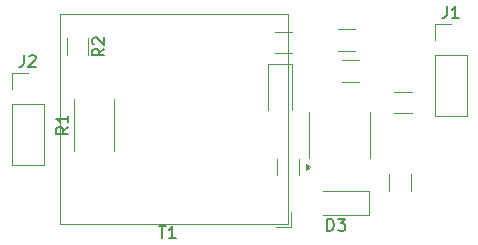
<source format=gbr>
%TF.GenerationSoftware,KiCad,Pcbnew,8.0.3*%
%TF.CreationDate,2024-08-14T19:55:25+03:00*%
%TF.ProjectId,limit_switch,6c696d69-745f-4737-9769-7463682e6b69,rev?*%
%TF.SameCoordinates,PX6ce2448PY49658d0*%
%TF.FileFunction,Legend,Top*%
%TF.FilePolarity,Positive*%
%FSLAX46Y46*%
G04 Gerber Fmt 4.6, Leading zero omitted, Abs format (unit mm)*
G04 Created by KiCad (PCBNEW 8.0.3) date 2024-08-14 19:55:25*
%MOMM*%
%LPD*%
G01*
G04 APERTURE LIST*
%ADD10C,0.150000*%
%ADD11C,0.120000*%
G04 APERTURE END LIST*
D10*
X27762905Y-20388819D02*
X27762905Y-19388819D01*
X27762905Y-19388819D02*
X28001000Y-19388819D01*
X28001000Y-19388819D02*
X28143857Y-19436438D01*
X28143857Y-19436438D02*
X28239095Y-19531676D01*
X28239095Y-19531676D02*
X28286714Y-19626914D01*
X28286714Y-19626914D02*
X28334333Y-19817390D01*
X28334333Y-19817390D02*
X28334333Y-19960247D01*
X28334333Y-19960247D02*
X28286714Y-20150723D01*
X28286714Y-20150723D02*
X28239095Y-20245961D01*
X28239095Y-20245961D02*
X28143857Y-20341200D01*
X28143857Y-20341200D02*
X28001000Y-20388819D01*
X28001000Y-20388819D02*
X27762905Y-20388819D01*
X28667667Y-19388819D02*
X29286714Y-19388819D01*
X29286714Y-19388819D02*
X28953381Y-19769771D01*
X28953381Y-19769771D02*
X29096238Y-19769771D01*
X29096238Y-19769771D02*
X29191476Y-19817390D01*
X29191476Y-19817390D02*
X29239095Y-19865009D01*
X29239095Y-19865009D02*
X29286714Y-19960247D01*
X29286714Y-19960247D02*
X29286714Y-20198342D01*
X29286714Y-20198342D02*
X29239095Y-20293580D01*
X29239095Y-20293580D02*
X29191476Y-20341200D01*
X29191476Y-20341200D02*
X29096238Y-20388819D01*
X29096238Y-20388819D02*
X28810524Y-20388819D01*
X28810524Y-20388819D02*
X28715286Y-20341200D01*
X28715286Y-20341200D02*
X28667667Y-20293580D01*
X8878819Y-4966666D02*
X8402628Y-5299999D01*
X8878819Y-5538094D02*
X7878819Y-5538094D01*
X7878819Y-5538094D02*
X7878819Y-5157142D01*
X7878819Y-5157142D02*
X7926438Y-5061904D01*
X7926438Y-5061904D02*
X7974057Y-5014285D01*
X7974057Y-5014285D02*
X8069295Y-4966666D01*
X8069295Y-4966666D02*
X8212152Y-4966666D01*
X8212152Y-4966666D02*
X8307390Y-5014285D01*
X8307390Y-5014285D02*
X8355009Y-5061904D01*
X8355009Y-5061904D02*
X8402628Y-5157142D01*
X8402628Y-5157142D02*
X8402628Y-5538094D01*
X7974057Y-4585713D02*
X7926438Y-4538094D01*
X7926438Y-4538094D02*
X7878819Y-4442856D01*
X7878819Y-4442856D02*
X7878819Y-4204761D01*
X7878819Y-4204761D02*
X7926438Y-4109523D01*
X7926438Y-4109523D02*
X7974057Y-4061904D01*
X7974057Y-4061904D02*
X8069295Y-4014285D01*
X8069295Y-4014285D02*
X8164533Y-4014285D01*
X8164533Y-4014285D02*
X8307390Y-4061904D01*
X8307390Y-4061904D02*
X8878819Y-4633332D01*
X8878819Y-4633332D02*
X8878819Y-4014285D01*
X2079666Y-5506819D02*
X2079666Y-6221104D01*
X2079666Y-6221104D02*
X2032047Y-6363961D01*
X2032047Y-6363961D02*
X1936809Y-6459200D01*
X1936809Y-6459200D02*
X1793952Y-6506819D01*
X1793952Y-6506819D02*
X1698714Y-6506819D01*
X2508238Y-5602057D02*
X2555857Y-5554438D01*
X2555857Y-5554438D02*
X2651095Y-5506819D01*
X2651095Y-5506819D02*
X2889190Y-5506819D01*
X2889190Y-5506819D02*
X2984428Y-5554438D01*
X2984428Y-5554438D02*
X3032047Y-5602057D01*
X3032047Y-5602057D02*
X3079666Y-5697295D01*
X3079666Y-5697295D02*
X3079666Y-5792533D01*
X3079666Y-5792533D02*
X3032047Y-5935390D01*
X3032047Y-5935390D02*
X2460619Y-6506819D01*
X2460619Y-6506819D02*
X3079666Y-6506819D01*
X13517095Y-20026819D02*
X14088523Y-20026819D01*
X13802809Y-21026819D02*
X13802809Y-20026819D01*
X14945666Y-21026819D02*
X14374238Y-21026819D01*
X14659952Y-21026819D02*
X14659952Y-20026819D01*
X14659952Y-20026819D02*
X14564714Y-20169676D01*
X14564714Y-20169676D02*
X14469476Y-20264914D01*
X14469476Y-20264914D02*
X14374238Y-20312533D01*
X5835819Y-11598666D02*
X5359628Y-11931999D01*
X5835819Y-12170094D02*
X4835819Y-12170094D01*
X4835819Y-12170094D02*
X4835819Y-11789142D01*
X4835819Y-11789142D02*
X4883438Y-11693904D01*
X4883438Y-11693904D02*
X4931057Y-11646285D01*
X4931057Y-11646285D02*
X5026295Y-11598666D01*
X5026295Y-11598666D02*
X5169152Y-11598666D01*
X5169152Y-11598666D02*
X5264390Y-11646285D01*
X5264390Y-11646285D02*
X5312009Y-11693904D01*
X5312009Y-11693904D02*
X5359628Y-11789142D01*
X5359628Y-11789142D02*
X5359628Y-12170094D01*
X5835819Y-10646285D02*
X5835819Y-11217713D01*
X5835819Y-10931999D02*
X4835819Y-10931999D01*
X4835819Y-10931999D02*
X4978676Y-11027237D01*
X4978676Y-11027237D02*
X5073914Y-11122475D01*
X5073914Y-11122475D02*
X5121533Y-11217713D01*
X37893666Y-1382819D02*
X37893666Y-2097104D01*
X37893666Y-2097104D02*
X37846047Y-2239961D01*
X37846047Y-2239961D02*
X37750809Y-2335200D01*
X37750809Y-2335200D02*
X37607952Y-2382819D01*
X37607952Y-2382819D02*
X37512714Y-2382819D01*
X38893666Y-2382819D02*
X38322238Y-2382819D01*
X38607952Y-2382819D02*
X38607952Y-1382819D01*
X38607952Y-1382819D02*
X38512714Y-1525676D01*
X38512714Y-1525676D02*
X38417476Y-1620914D01*
X38417476Y-1620914D02*
X38322238Y-1668533D01*
D11*
%TO.C,U1*%
X26232000Y-12313000D02*
X26232000Y-10363000D01*
X26232000Y-12313000D02*
X26232000Y-14263000D01*
X31352000Y-12313000D02*
X31352000Y-10363000D01*
X31352000Y-12313000D02*
X31352000Y-14263000D01*
X26327000Y-15013000D02*
X25997000Y-15253000D01*
X25997000Y-14773000D01*
X26327000Y-15013000D01*
G36*
X26327000Y-15013000D02*
G01*
X25997000Y-15253000D01*
X25997000Y-14773000D01*
X26327000Y-15013000D01*
G37*
%TO.C,D3*%
X27401000Y-19044000D02*
X31311000Y-19044000D01*
X31311000Y-17024000D02*
X27401000Y-17024000D01*
X31311000Y-19044000D02*
X31311000Y-17024000D01*
%TO.C,C2*%
X23517000Y-14289248D02*
X23517000Y-15711752D01*
X25337000Y-14289248D02*
X25337000Y-15711752D01*
%TO.C,R7*%
X30471064Y-5948000D02*
X29016936Y-5948000D01*
X30471064Y-7768000D02*
X29016936Y-7768000D01*
%TO.C,R6*%
X34904064Y-8628000D02*
X33449936Y-8628000D01*
X34904064Y-10448000D02*
X33449936Y-10448000D01*
%TO.C,C1*%
X34837000Y-17011752D02*
X34837000Y-15589248D01*
X33017000Y-17011752D02*
X33017000Y-15589248D01*
%TO.C,R3*%
X24756064Y-3535000D02*
X23301936Y-3535000D01*
X24756064Y-5355000D02*
X23301936Y-5355000D01*
%TO.C,R4*%
X30104064Y-3328000D02*
X28649936Y-3328000D01*
X30104064Y-5148000D02*
X28649936Y-5148000D01*
%TO.C,R2*%
X5694000Y-4072936D02*
X5694000Y-5527064D01*
X7514000Y-4072936D02*
X7514000Y-5527064D01*
%TO.C,J2*%
X1083000Y-7052000D02*
X2413000Y-7052000D01*
X1083000Y-8382000D02*
X1083000Y-7052000D01*
X1083000Y-9652000D02*
X1083000Y-14792000D01*
X1083000Y-9652000D02*
X3743000Y-9652000D01*
X1083000Y-14792000D02*
X3743000Y-14792000D01*
X3743000Y-9652000D02*
X3743000Y-14792000D01*
%TO.C,T1*%
X24719000Y-18832000D02*
X24719000Y-20112000D01*
X24719000Y-20112000D02*
X23439000Y-20112000D01*
X24419000Y-19812000D02*
X5139000Y-19812000D01*
X5139000Y-2032000D01*
X24419000Y-2032000D01*
X24419000Y-19812000D01*
%TO.C,R1*%
X6291000Y-13609064D02*
X6291000Y-9254936D01*
X9711000Y-13609064D02*
X9711000Y-9254936D01*
%TO.C,D2*%
X22739000Y-6260000D02*
X22739000Y-10170000D01*
X24759000Y-6260000D02*
X22739000Y-6260000D01*
X24759000Y-10170000D02*
X24759000Y-6260000D01*
%TO.C,J1*%
X36897000Y-2928000D02*
X38227000Y-2928000D01*
X36897000Y-4258000D02*
X36897000Y-2928000D01*
X36897000Y-5528000D02*
X36897000Y-10668000D01*
X36897000Y-5528000D02*
X39557000Y-5528000D01*
X36897000Y-10668000D02*
X39557000Y-10668000D01*
X39557000Y-5528000D02*
X39557000Y-10668000D01*
%TD*%
M02*

</source>
